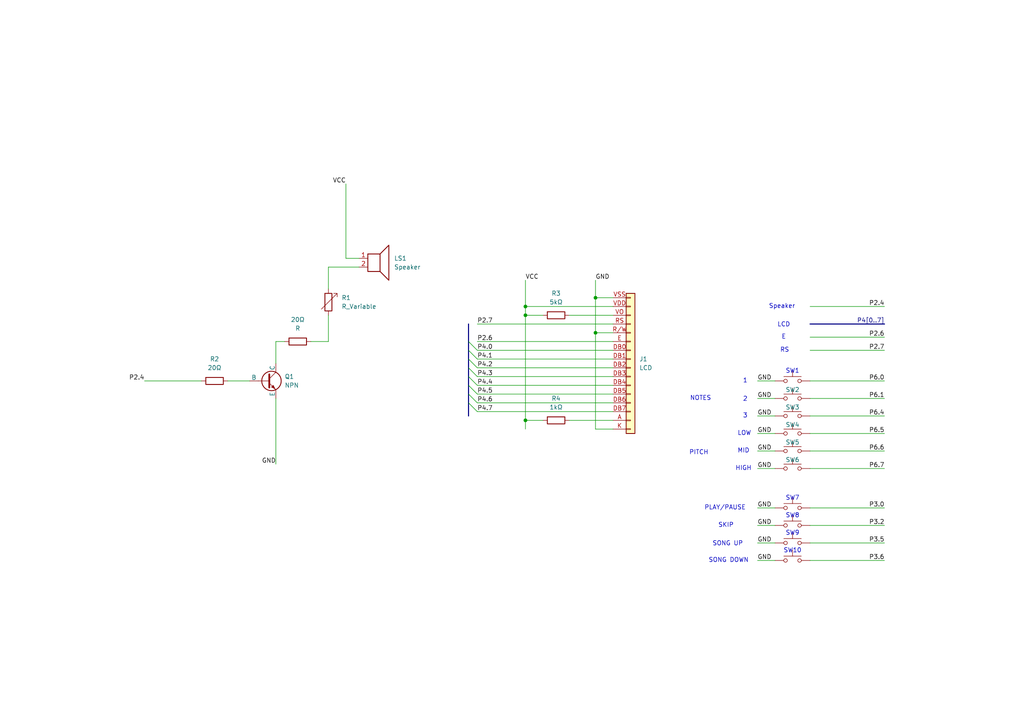
<source format=kicad_sch>
(kicad_sch
	(version 20231120)
	(generator "eeschema")
	(generator_version "8.0")
	(uuid "72e6d7f3-c76a-4c03-a31b-775dd92d8425")
	(paper "A4")
	(title_block
		(title "Trumpet Schematic")
		(date "2025-02-13")
		(rev "2")
		(company "Rose-Hulman Institute of Technology")
		(comment 1 "Ian Morton")
		(comment 2 "Dan Seiler")
	)
	(lib_symbols
		(symbol "Connector_Generic:Conn_01x16"
			(pin_names
				(offset 1.016) hide)
			(exclude_from_sim no)
			(in_bom yes)
			(on_board yes)
			(property "Reference" "J1"
				(at 2.54 0.0001 0)
				(effects
					(font
						(size 1.27 1.27)
					)
					(justify left)
				)
			)
			(property "Value" "LCD"
				(at 2.54 -2.5399 0)
				(effects
					(font
						(size 1.27 1.27)
					)
					(justify left)
				)
			)
			(property "Footprint" ""
				(at 0 0 0)
				(effects
					(font
						(size 1.27 1.27)
					)
					(hide yes)
				)
			)
			(property "Datasheet" "~"
				(at 0 0 0)
				(effects
					(font
						(size 1.27 1.27)
					)
					(hide yes)
				)
			)
			(property "Description" "Generic connector, single row, 01x16, script generated (kicad-library-utils/schlib/autogen/connector/)"
				(at 0 0 0)
				(effects
					(font
						(size 1.27 1.27)
					)
					(hide yes)
				)
			)
			(property "ki_keywords" "connector"
				(at 0 0 0)
				(effects
					(font
						(size 1.27 1.27)
					)
					(hide yes)
				)
			)
			(property "ki_fp_filters" "Connector*:*_1x??_*"
				(at 0 0 0)
				(effects
					(font
						(size 1.27 1.27)
					)
					(hide yes)
				)
			)
			(symbol "Conn_01x16_1_1"
				(rectangle
					(start -1.27 -20.193)
					(end 0 -20.447)
					(stroke
						(width 0.1524)
						(type default)
					)
					(fill
						(type none)
					)
				)
				(rectangle
					(start -1.27 -17.653)
					(end 0 -17.907)
					(stroke
						(width 0.1524)
						(type default)
					)
					(fill
						(type none)
					)
				)
				(rectangle
					(start -1.27 -15.113)
					(end 0 -15.367)
					(stroke
						(width 0.1524)
						(type default)
					)
					(fill
						(type none)
					)
				)
				(rectangle
					(start -1.27 -12.573)
					(end 0 -12.827)
					(stroke
						(width 0.1524)
						(type default)
					)
					(fill
						(type none)
					)
				)
				(rectangle
					(start -1.27 -10.033)
					(end 0 -10.287)
					(stroke
						(width 0.1524)
						(type default)
					)
					(fill
						(type none)
					)
				)
				(rectangle
					(start -1.27 -7.493)
					(end 0 -7.747)
					(stroke
						(width 0.1524)
						(type default)
					)
					(fill
						(type none)
					)
				)
				(rectangle
					(start -1.27 -4.953)
					(end 0 -5.207)
					(stroke
						(width 0.1524)
						(type default)
					)
					(fill
						(type none)
					)
				)
				(rectangle
					(start -1.27 -2.413)
					(end 0 -2.667)
					(stroke
						(width 0.1524)
						(type default)
					)
					(fill
						(type none)
					)
				)
				(rectangle
					(start -1.27 0.127)
					(end 0 -0.127)
					(stroke
						(width 0.1524)
						(type default)
					)
					(fill
						(type none)
					)
				)
				(rectangle
					(start -1.27 2.667)
					(end 0 2.413)
					(stroke
						(width 0.1524)
						(type default)
					)
					(fill
						(type none)
					)
				)
				(rectangle
					(start -1.27 5.207)
					(end 0 4.953)
					(stroke
						(width 0.1524)
						(type default)
					)
					(fill
						(type none)
					)
				)
				(rectangle
					(start -1.27 7.747)
					(end 0 7.493)
					(stroke
						(width 0.1524)
						(type default)
					)
					(fill
						(type none)
					)
				)
				(rectangle
					(start -1.27 10.287)
					(end 0 10.033)
					(stroke
						(width 0.1524)
						(type default)
					)
					(fill
						(type none)
					)
				)
				(rectangle
					(start -1.27 12.827)
					(end 0 12.573)
					(stroke
						(width 0.1524)
						(type default)
					)
					(fill
						(type none)
					)
				)
				(rectangle
					(start -1.27 15.367)
					(end 0 15.113)
					(stroke
						(width 0.1524)
						(type default)
					)
					(fill
						(type none)
					)
				)
				(rectangle
					(start -1.27 17.907)
					(end 0 17.653)
					(stroke
						(width 0.1524)
						(type default)
					)
					(fill
						(type none)
					)
				)
				(rectangle
					(start -1.27 19.05)
					(end 1.27 -21.59)
					(stroke
						(width 0.254)
						(type default)
					)
					(fill
						(type background)
					)
				)
				(pin passive line
					(at -5.08 -17.78 0)
					(length 3.81)
					(name "15"
						(effects
							(font
								(size 1.27 1.27)
							)
						)
					)
					(number "A"
						(effects
							(font
								(size 1.27 1.27)
							)
						)
					)
				)
				(pin passive line
					(at -5.08 2.54 0)
					(length 3.81)
					(name "Pin_7"
						(effects
							(font
								(size 1.27 1.27)
							)
						)
					)
					(number "DB0"
						(effects
							(font
								(size 1.27 1.27)
							)
						)
					)
				)
				(pin passive line
					(at -5.08 0 0)
					(length 3.81)
					(name "Pin_8"
						(effects
							(font
								(size 1.27 1.27)
							)
						)
					)
					(number "DB1"
						(effects
							(font
								(size 1.27 1.27)
							)
						)
					)
				)
				(pin passive line
					(at -5.08 -2.54 0)
					(length 3.81)
					(name "Pin_9"
						(effects
							(font
								(size 1.27 1.27)
							)
						)
					)
					(number "DB2"
						(effects
							(font
								(size 1.27 1.27)
							)
						)
					)
				)
				(pin passive line
					(at -5.08 -5.08 0)
					(length 3.81)
					(name "10"
						(effects
							(font
								(size 1.27 1.27)
							)
						)
					)
					(number "DB3"
						(effects
							(font
								(size 1.27 1.27)
							)
						)
					)
				)
				(pin passive line
					(at -5.08 -7.62 0)
					(length 3.81)
					(name "11"
						(effects
							(font
								(size 1.27 1.27)
							)
						)
					)
					(number "DB4"
						(effects
							(font
								(size 1.27 1.27)
							)
						)
					)
				)
				(pin passive line
					(at -5.08 -10.16 0)
					(length 3.81)
					(name "Pin_12"
						(effects
							(font
								(size 1.27 1.27)
							)
						)
					)
					(number "DB5"
						(effects
							(font
								(size 1.27 1.27)
							)
						)
					)
				)
				(pin passive line
					(at -5.08 -12.7 0)
					(length 3.81)
					(name "Pin_13"
						(effects
							(font
								(size 1.27 1.27)
							)
						)
					)
					(number "DB6"
						(effects
							(font
								(size 1.27 1.27)
							)
						)
					)
				)
				(pin passive line
					(at -5.08 -15.24 0)
					(length 3.81)
					(name "Pin_14"
						(effects
							(font
								(size 1.27 1.27)
							)
						)
					)
					(number "DB7"
						(effects
							(font
								(size 1.27 1.27)
							)
						)
					)
				)
				(pin passive line
					(at -5.08 5.08 0)
					(length 3.81)
					(name "6"
						(effects
							(font
								(size 1.27 1.27)
							)
						)
					)
					(number "E"
						(effects
							(font
								(size 1.27 1.27)
							)
						)
					)
				)
				(pin passive line
					(at -5.08 -20.32 0)
					(length 3.81)
					(name "16"
						(effects
							(font
								(size 1.27 1.27)
							)
						)
					)
					(number "K"
						(effects
							(font
								(size 1.27 1.27)
							)
						)
					)
				)
				(pin passive line
					(at -5.08 7.62 0)
					(length 3.81)
					(name "Pin_5"
						(effects
							(font
								(size 1.27 1.27)
							)
						)
					)
					(number "R/W"
						(effects
							(font
								(size 1.27 1.27)
							)
						)
					)
				)
				(pin passive line
					(at -5.08 10.16 0)
					(length 3.81)
					(name "4"
						(effects
							(font
								(size 1.27 1.27)
							)
						)
					)
					(number "RS"
						(effects
							(font
								(size 1.27 1.27)
							)
						)
					)
				)
				(pin passive line
					(at -5.08 15.24 0)
					(length 3.81)
					(name "Pin_2"
						(effects
							(font
								(size 1.27 1.27)
							)
						)
					)
					(number "VDD"
						(effects
							(font
								(size 1.27 1.27)
							)
						)
					)
				)
				(pin passive line
					(at -5.08 12.7 0)
					(length 3.81)
					(name "Pin_3"
						(effects
							(font
								(size 1.27 1.27)
							)
						)
					)
					(number "VO"
						(effects
							(font
								(size 1.27 1.27)
							)
						)
					)
				)
				(pin passive line
					(at -5.08 17.78 0)
					(length 3.81)
					(name "1"
						(effects
							(font
								(size 1.27 1.27)
							)
						)
					)
					(number "VSS"
						(effects
							(font
								(size 1.27 1.27)
							)
						)
					)
				)
			)
		)
		(symbol "Device:R"
			(pin_numbers hide)
			(pin_names
				(offset 0)
			)
			(exclude_from_sim no)
			(in_bom yes)
			(on_board yes)
			(property "Reference" "R"
				(at 2.032 0 90)
				(effects
					(font
						(size 1.27 1.27)
					)
				)
			)
			(property "Value" "R"
				(at 0 0 90)
				(effects
					(font
						(size 1.27 1.27)
					)
				)
			)
			(property "Footprint" ""
				(at -1.778 0 90)
				(effects
					(font
						(size 1.27 1.27)
					)
					(hide yes)
				)
			)
			(property "Datasheet" "~"
				(at 0 0 0)
				(effects
					(font
						(size 1.27 1.27)
					)
					(hide yes)
				)
			)
			(property "Description" "Resistor"
				(at 0 0 0)
				(effects
					(font
						(size 1.27 1.27)
					)
					(hide yes)
				)
			)
			(property "ki_keywords" "R res resistor"
				(at 0 0 0)
				(effects
					(font
						(size 1.27 1.27)
					)
					(hide yes)
				)
			)
			(property "ki_fp_filters" "R_*"
				(at 0 0 0)
				(effects
					(font
						(size 1.27 1.27)
					)
					(hide yes)
				)
			)
			(symbol "R_0_1"
				(rectangle
					(start -1.016 -2.54)
					(end 1.016 2.54)
					(stroke
						(width 0.254)
						(type default)
					)
					(fill
						(type none)
					)
				)
			)
			(symbol "R_1_1"
				(pin passive line
					(at 0 3.81 270)
					(length 1.27)
					(name "~"
						(effects
							(font
								(size 1.27 1.27)
							)
						)
					)
					(number "1"
						(effects
							(font
								(size 1.27 1.27)
							)
						)
					)
				)
				(pin passive line
					(at 0 -3.81 90)
					(length 1.27)
					(name "~"
						(effects
							(font
								(size 1.27 1.27)
							)
						)
					)
					(number "2"
						(effects
							(font
								(size 1.27 1.27)
							)
						)
					)
				)
			)
		)
		(symbol "Device:R_Variable"
			(pin_numbers hide)
			(pin_names
				(offset 0)
			)
			(exclude_from_sim no)
			(in_bom yes)
			(on_board yes)
			(property "Reference" "R"
				(at 2.54 -2.54 90)
				(effects
					(font
						(size 1.27 1.27)
					)
					(justify left)
				)
			)
			(property "Value" "R_Variable"
				(at -2.54 -1.27 90)
				(effects
					(font
						(size 1.27 1.27)
					)
					(justify left)
				)
			)
			(property "Footprint" ""
				(at -1.778 0 90)
				(effects
					(font
						(size 1.27 1.27)
					)
					(hide yes)
				)
			)
			(property "Datasheet" "~"
				(at 0 0 0)
				(effects
					(font
						(size 1.27 1.27)
					)
					(hide yes)
				)
			)
			(property "Description" "Variable resistor"
				(at 0 0 0)
				(effects
					(font
						(size 1.27 1.27)
					)
					(hide yes)
				)
			)
			(property "ki_keywords" "R res resistor variable potentiometer rheostat"
				(at 0 0 0)
				(effects
					(font
						(size 1.27 1.27)
					)
					(hide yes)
				)
			)
			(property "ki_fp_filters" "R_*"
				(at 0 0 0)
				(effects
					(font
						(size 1.27 1.27)
					)
					(hide yes)
				)
			)
			(symbol "R_Variable_0_1"
				(rectangle
					(start -1.016 -2.54)
					(end 1.016 2.54)
					(stroke
						(width 0.254)
						(type default)
					)
					(fill
						(type none)
					)
				)
				(polyline
					(pts
						(xy 2.54 1.524) (xy 2.54 2.54) (xy 1.524 2.54) (xy 2.54 2.54) (xy -2.032 -2.032)
					)
					(stroke
						(width 0)
						(type default)
					)
					(fill
						(type none)
					)
				)
			)
			(symbol "R_Variable_1_1"
				(pin passive line
					(at 0 3.81 270)
					(length 1.27)
					(name "~"
						(effects
							(font
								(size 1.27 1.27)
							)
						)
					)
					(number "1"
						(effects
							(font
								(size 1.27 1.27)
							)
						)
					)
				)
				(pin passive line
					(at 0 -3.81 90)
					(length 1.27)
					(name "~"
						(effects
							(font
								(size 1.27 1.27)
							)
						)
					)
					(number "2"
						(effects
							(font
								(size 1.27 1.27)
							)
						)
					)
				)
			)
		)
		(symbol "Device:Speaker"
			(pin_names
				(offset 0) hide)
			(exclude_from_sim no)
			(in_bom yes)
			(on_board yes)
			(property "Reference" "LS"
				(at 1.27 5.715 0)
				(effects
					(font
						(size 1.27 1.27)
					)
					(justify right)
				)
			)
			(property "Value" "Speaker"
				(at 1.27 3.81 0)
				(effects
					(font
						(size 1.27 1.27)
					)
					(justify right)
				)
			)
			(property "Footprint" ""
				(at 0 -5.08 0)
				(effects
					(font
						(size 1.27 1.27)
					)
					(hide yes)
				)
			)
			(property "Datasheet" "~"
				(at -0.254 -1.27 0)
				(effects
					(font
						(size 1.27 1.27)
					)
					(hide yes)
				)
			)
			(property "Description" "Speaker"
				(at 0 0 0)
				(effects
					(font
						(size 1.27 1.27)
					)
					(hide yes)
				)
			)
			(property "ki_keywords" "speaker sound"
				(at 0 0 0)
				(effects
					(font
						(size 1.27 1.27)
					)
					(hide yes)
				)
			)
			(symbol "Speaker_0_0"
				(rectangle
					(start -2.54 1.27)
					(end 1.016 -3.81)
					(stroke
						(width 0.254)
						(type default)
					)
					(fill
						(type none)
					)
				)
				(polyline
					(pts
						(xy 1.016 1.27) (xy 3.556 3.81) (xy 3.556 -6.35) (xy 1.016 -3.81)
					)
					(stroke
						(width 0.254)
						(type default)
					)
					(fill
						(type none)
					)
				)
			)
			(symbol "Speaker_1_1"
				(pin input line
					(at -5.08 0 0)
					(length 2.54)
					(name "1"
						(effects
							(font
								(size 1.27 1.27)
							)
						)
					)
					(number "1"
						(effects
							(font
								(size 1.27 1.27)
							)
						)
					)
				)
				(pin input line
					(at -5.08 -2.54 0)
					(length 2.54)
					(name "2"
						(effects
							(font
								(size 1.27 1.27)
							)
						)
					)
					(number "2"
						(effects
							(font
								(size 1.27 1.27)
							)
						)
					)
				)
			)
		)
		(symbol "Simulation_SPICE:NPN"
			(pin_numbers hide)
			(pin_names
				(offset 0)
			)
			(exclude_from_sim no)
			(in_bom yes)
			(on_board yes)
			(property "Reference" "Q"
				(at -2.54 7.62 0)
				(effects
					(font
						(size 1.27 1.27)
					)
				)
			)
			(property "Value" "NPN"
				(at -2.54 5.08 0)
				(effects
					(font
						(size 1.27 1.27)
					)
				)
			)
			(property "Footprint" ""
				(at 63.5 0 0)
				(effects
					(font
						(size 1.27 1.27)
					)
					(hide yes)
				)
			)
			(property "Datasheet" "https://ngspice.sourceforge.io/docs/ngspice-html-manual/manual.xhtml#cha_BJTs"
				(at 63.5 0 0)
				(effects
					(font
						(size 1.27 1.27)
					)
					(hide yes)
				)
			)
			(property "Description" "Bipolar transistor symbol for simulation only, substrate tied to the emitter"
				(at 0 0 0)
				(effects
					(font
						(size 1.27 1.27)
					)
					(hide yes)
				)
			)
			(property "Sim.Device" "NPN"
				(at 0 0 0)
				(effects
					(font
						(size 1.27 1.27)
					)
					(hide yes)
				)
			)
			(property "Sim.Type" "GUMMELPOON"
				(at 0 0 0)
				(effects
					(font
						(size 1.27 1.27)
					)
					(hide yes)
				)
			)
			(property "Sim.Pins" "1=C 2=B 3=E"
				(at 0 0 0)
				(effects
					(font
						(size 1.27 1.27)
					)
					(hide yes)
				)
			)
			(property "ki_keywords" "simulation"
				(at 0 0 0)
				(effects
					(font
						(size 1.27 1.27)
					)
					(hide yes)
				)
			)
			(symbol "NPN_0_1"
				(polyline
					(pts
						(xy -2.54 0) (xy 0.635 0)
					)
					(stroke
						(width 0.1524)
						(type default)
					)
					(fill
						(type none)
					)
				)
				(polyline
					(pts
						(xy 0.635 0.635) (xy 2.54 2.54)
					)
					(stroke
						(width 0)
						(type default)
					)
					(fill
						(type none)
					)
				)
				(polyline
					(pts
						(xy 2.794 -1.27) (xy 2.794 -1.27)
					)
					(stroke
						(width 0.1524)
						(type default)
					)
					(fill
						(type none)
					)
				)
				(polyline
					(pts
						(xy 2.794 -1.27) (xy 2.794 -1.27)
					)
					(stroke
						(width 0.1524)
						(type default)
					)
					(fill
						(type none)
					)
				)
				(polyline
					(pts
						(xy 0.635 -0.635) (xy 2.54 -2.54) (xy 2.54 -2.54)
					)
					(stroke
						(width 0)
						(type default)
					)
					(fill
						(type none)
					)
				)
				(polyline
					(pts
						(xy 0.635 1.905) (xy 0.635 -1.905) (xy 0.635 -1.905)
					)
					(stroke
						(width 0.508)
						(type default)
					)
					(fill
						(type none)
					)
				)
				(polyline
					(pts
						(xy 1.27 -1.778) (xy 1.778 -1.27) (xy 2.286 -2.286) (xy 1.27 -1.778) (xy 1.27 -1.778)
					)
					(stroke
						(width 0)
						(type default)
					)
					(fill
						(type outline)
					)
				)
				(circle
					(center 1.27 0)
					(radius 2.8194)
					(stroke
						(width 0.254)
						(type default)
					)
					(fill
						(type none)
					)
				)
			)
			(symbol "NPN_1_1"
				(pin open_collector line
					(at 2.54 5.08 270)
					(length 2.54)
					(name "C"
						(effects
							(font
								(size 1.27 1.27)
							)
						)
					)
					(number "1"
						(effects
							(font
								(size 1.27 1.27)
							)
						)
					)
				)
				(pin input line
					(at -5.08 0 0)
					(length 2.54)
					(name "B"
						(effects
							(font
								(size 1.27 1.27)
							)
						)
					)
					(number "2"
						(effects
							(font
								(size 1.27 1.27)
							)
						)
					)
				)
				(pin open_emitter line
					(at 2.54 -5.08 90)
					(length 2.54)
					(name "E"
						(effects
							(font
								(size 1.27 1.27)
							)
						)
					)
					(number "3"
						(effects
							(font
								(size 1.27 1.27)
							)
						)
					)
				)
			)
		)
		(symbol "Switch:SW_Push"
			(pin_numbers hide)
			(pin_names
				(offset 1.016) hide)
			(exclude_from_sim no)
			(in_bom yes)
			(on_board yes)
			(property "Reference" "SW"
				(at 1.27 2.54 0)
				(effects
					(font
						(size 1.27 1.27)
					)
					(justify left)
				)
			)
			(property "Value" "SW_Push"
				(at 0 -1.524 0)
				(effects
					(font
						(size 1.27 1.27)
					)
				)
			)
			(property "Footprint" ""
				(at 0 5.08 0)
				(effects
					(font
						(size 1.27 1.27)
					)
					(hide yes)
				)
			)
			(property "Datasheet" "~"
				(at 0 5.08 0)
				(effects
					(font
						(size 1.27 1.27)
					)
					(hide yes)
				)
			)
			(property "Description" "Push button switch, generic, two pins"
				(at 0 0 0)
				(effects
					(font
						(size 1.27 1.27)
					)
					(hide yes)
				)
			)
			(property "ki_keywords" "switch normally-open pushbutton push-button"
				(at 0 0 0)
				(effects
					(font
						(size 1.27 1.27)
					)
					(hide yes)
				)
			)
			(symbol "SW_Push_0_1"
				(circle
					(center -2.032 0)
					(radius 0.508)
					(stroke
						(width 0)
						(type default)
					)
					(fill
						(type none)
					)
				)
				(polyline
					(pts
						(xy 0 1.27) (xy 0 3.048)
					)
					(stroke
						(width 0)
						(type default)
					)
					(fill
						(type none)
					)
				)
				(polyline
					(pts
						(xy 2.54 1.27) (xy -2.54 1.27)
					)
					(stroke
						(width 0)
						(type default)
					)
					(fill
						(type none)
					)
				)
				(circle
					(center 2.032 0)
					(radius 0.508)
					(stroke
						(width 0)
						(type default)
					)
					(fill
						(type none)
					)
				)
				(pin passive line
					(at -5.08 0 0)
					(length 2.54)
					(name "1"
						(effects
							(font
								(size 1.27 1.27)
							)
						)
					)
					(number "1"
						(effects
							(font
								(size 1.27 1.27)
							)
						)
					)
				)
				(pin passive line
					(at 5.08 0 180)
					(length 2.54)
					(name "2"
						(effects
							(font
								(size 1.27 1.27)
							)
						)
					)
					(number "2"
						(effects
							(font
								(size 1.27 1.27)
							)
						)
					)
				)
			)
		)
	)
	(junction
		(at 172.72 96.52)
		(diameter 0)
		(color 0 0 0 0)
		(uuid "2d7915a1-277b-4d19-8c88-beed6d5223e6")
	)
	(junction
		(at 152.4 88.9)
		(diameter 0)
		(color 0 0 0 0)
		(uuid "3a3ed43a-e0de-4468-8fad-8a4966d9416d")
	)
	(junction
		(at 152.4 91.44)
		(diameter 0)
		(color 0 0 0 0)
		(uuid "3f0db8cf-2023-4df1-b53f-c8c2b7c3b043")
	)
	(junction
		(at 172.72 86.36)
		(diameter 0)
		(color 0 0 0 0)
		(uuid "53662715-3618-4d0f-93c2-5d3060b6ff3e")
	)
	(junction
		(at 152.4 121.92)
		(diameter 0)
		(color 0 0 0 0)
		(uuid "8742dc7b-9f19-43c2-b5c5-594eb4178abf")
	)
	(bus_entry
		(at 135.89 101.6)
		(size 2.54 2.54)
		(stroke
			(width 0)
			(type default)
		)
		(uuid "07218a19-2623-40cd-a6c0-a0428edc88e1")
	)
	(bus_entry
		(at 135.89 104.14)
		(size 2.54 2.54)
		(stroke
			(width 0)
			(type default)
		)
		(uuid "0a5ef323-3d7c-4b74-8688-48ffd037d058")
	)
	(bus_entry
		(at 135.89 99.06)
		(size 2.54 2.54)
		(stroke
			(width 0)
			(type default)
		)
		(uuid "3b8a88ec-a583-4cba-9a9f-13de06e55a5d")
	)
	(bus_entry
		(at 135.89 111.76)
		(size 2.54 2.54)
		(stroke
			(width 0)
			(type default)
		)
		(uuid "535a5173-ec2d-4c12-8e76-c5109c587976")
	)
	(bus_entry
		(at 135.89 106.68)
		(size 2.54 2.54)
		(stroke
			(width 0)
			(type default)
		)
		(uuid "79ea3a2f-a0df-4c14-b43c-db967cc89c21")
	)
	(bus_entry
		(at 135.89 116.84)
		(size 2.54 2.54)
		(stroke
			(width 0)
			(type default)
		)
		(uuid "90f686ca-0821-4c51-8d68-79a95766f261")
	)
	(bus_entry
		(at 135.89 114.3)
		(size 2.54 2.54)
		(stroke
			(width 0)
			(type default)
		)
		(uuid "b46f868a-d59f-48ae-ba87-78fb7b810038")
	)
	(bus_entry
		(at 135.89 109.22)
		(size 2.54 2.54)
		(stroke
			(width 0)
			(type default)
		)
		(uuid "f2cfbac4-c907-4c30-8f80-5dfea69e858b")
	)
	(bus
		(pts
			(xy 135.89 101.6) (xy 135.89 104.14)
		)
		(stroke
			(width 0)
			(type default)
		)
		(uuid "052ffaeb-1ae7-4393-88c9-674e7b0835d2")
	)
	(wire
		(pts
			(xy 152.4 81.28) (xy 152.4 88.9)
		)
		(stroke
			(width 0)
			(type default)
		)
		(uuid "0624679f-0aaa-4bc2-8ba2-f94d6ae1dc56")
	)
	(wire
		(pts
			(xy 172.72 96.52) (xy 172.72 124.46)
		)
		(stroke
			(width 0)
			(type default)
		)
		(uuid "0ac5e06d-aa78-4cf2-8583-e1d96f416abe")
	)
	(wire
		(pts
			(xy 219.71 120.65) (xy 224.79 120.65)
		)
		(stroke
			(width 0)
			(type default)
		)
		(uuid "0be55a4d-daa5-4e3b-8500-64a5327c6cbe")
	)
	(wire
		(pts
			(xy 172.72 86.36) (xy 172.72 96.52)
		)
		(stroke
			(width 0)
			(type default)
		)
		(uuid "0f315bd2-1a6f-49fa-88c4-d6aae4441b20")
	)
	(wire
		(pts
			(xy 152.4 88.9) (xy 177.8 88.9)
		)
		(stroke
			(width 0)
			(type default)
		)
		(uuid "0ffce7c0-b0d7-4495-b5cf-d85712c68ce4")
	)
	(wire
		(pts
			(xy 138.43 93.98) (xy 177.8 93.98)
		)
		(stroke
			(width 0)
			(type default)
		)
		(uuid "127425ad-6126-4611-90f6-174d280b69b1")
	)
	(wire
		(pts
			(xy 138.43 109.22) (xy 177.8 109.22)
		)
		(stroke
			(width 0)
			(type default)
		)
		(uuid "1a6ed55b-8d65-41cd-a1c0-81c2034d6ef8")
	)
	(bus
		(pts
			(xy 135.89 99.06) (xy 135.89 101.6)
		)
		(stroke
			(width 0)
			(type default)
		)
		(uuid "1a79ada7-02dc-477c-8bcb-5cb1beb59ba9")
	)
	(wire
		(pts
			(xy 138.43 116.84) (xy 177.8 116.84)
		)
		(stroke
			(width 0)
			(type default)
		)
		(uuid "1b707fe0-7b91-4ba4-80a6-bc3321bcff3d")
	)
	(bus
		(pts
			(xy 135.89 104.14) (xy 135.89 106.68)
		)
		(stroke
			(width 0)
			(type default)
		)
		(uuid "1c947d01-11c3-40dd-9fa1-f840876f272c")
	)
	(wire
		(pts
			(xy 234.95 125.73) (xy 256.54 125.73)
		)
		(stroke
			(width 0)
			(type default)
		)
		(uuid "25c4eaa7-1b0f-43a9-bd71-58b25759a0e5")
	)
	(wire
		(pts
			(xy 219.71 152.4) (xy 224.79 152.4)
		)
		(stroke
			(width 0)
			(type default)
		)
		(uuid "267c7651-7942-4d59-8a02-94aace867cee")
	)
	(wire
		(pts
			(xy 172.72 81.28) (xy 172.72 86.36)
		)
		(stroke
			(width 0)
			(type default)
		)
		(uuid "2c14cec4-e495-4635-8bd4-df565201f549")
	)
	(wire
		(pts
			(xy 219.71 162.56) (xy 224.79 162.56)
		)
		(stroke
			(width 0)
			(type default)
		)
		(uuid "2c8e99bf-5bec-4d30-bfae-f15ca1953f5e")
	)
	(wire
		(pts
			(xy 234.95 152.4) (xy 256.54 152.4)
		)
		(stroke
			(width 0)
			(type default)
		)
		(uuid "34bfb770-235a-4ff7-8177-07296ed22449")
	)
	(wire
		(pts
			(xy 138.43 114.3) (xy 177.8 114.3)
		)
		(stroke
			(width 0)
			(type default)
		)
		(uuid "3a8059f9-6b0a-4ca8-a40b-f573a9f3c488")
	)
	(wire
		(pts
			(xy 219.71 110.49) (xy 224.79 110.49)
		)
		(stroke
			(width 0)
			(type default)
		)
		(uuid "3bd4e8b4-1b36-48d9-93de-ce58a340b837")
	)
	(bus
		(pts
			(xy 135.89 106.68) (xy 135.89 109.22)
		)
		(stroke
			(width 0)
			(type default)
		)
		(uuid "3c3349b3-8a49-4b45-96a8-1988554c33b7")
	)
	(wire
		(pts
			(xy 234.95 147.32) (xy 256.54 147.32)
		)
		(stroke
			(width 0)
			(type default)
		)
		(uuid "3ee047cd-9e40-4854-a36a-b2cc0513b349")
	)
	(bus
		(pts
			(xy 135.89 109.22) (xy 135.89 111.76)
		)
		(stroke
			(width 0)
			(type default)
		)
		(uuid "407d0e1b-4ff4-497c-9028-939e593c176b")
	)
	(bus
		(pts
			(xy 135.89 111.76) (xy 135.89 114.3)
		)
		(stroke
			(width 0)
			(type default)
		)
		(uuid "495588e2-880f-49f0-b1c7-bfd1964f1157")
	)
	(wire
		(pts
			(xy 165.1 121.92) (xy 177.8 121.92)
		)
		(stroke
			(width 0)
			(type default)
		)
		(uuid "4bbbce42-5157-48fa-885e-3ea8fbe8e630")
	)
	(wire
		(pts
			(xy 219.71 125.73) (xy 224.79 125.73)
		)
		(stroke
			(width 0)
			(type default)
		)
		(uuid "4c9f158e-8640-4c62-862f-7fce3763bc25")
	)
	(wire
		(pts
			(xy 138.43 101.6) (xy 177.8 101.6)
		)
		(stroke
			(width 0)
			(type default)
		)
		(uuid "52985a75-dcc1-4871-a740-727523cbf16f")
	)
	(wire
		(pts
			(xy 165.1 91.44) (xy 177.8 91.44)
		)
		(stroke
			(width 0)
			(type default)
		)
		(uuid "53ac5840-7b2f-4c23-aa4d-2ece9ec95961")
	)
	(wire
		(pts
			(xy 95.25 91.44) (xy 95.25 99.06)
		)
		(stroke
			(width 0)
			(type default)
		)
		(uuid "55d31e68-cd36-461d-8937-360a609c1c6f")
	)
	(bus
		(pts
			(xy 135.89 116.84) (xy 135.89 120.65)
		)
		(stroke
			(width 0)
			(type default)
		)
		(uuid "5811c84c-af7d-4769-bd9b-cf3f0cc89cee")
	)
	(wire
		(pts
			(xy 138.43 119.38) (xy 177.8 119.38)
		)
		(stroke
			(width 0)
			(type default)
		)
		(uuid "62a0182f-3a0b-4501-a431-340bd286234b")
	)
	(wire
		(pts
			(xy 152.4 121.92) (xy 157.48 121.92)
		)
		(stroke
			(width 0)
			(type default)
		)
		(uuid "6324596d-8ae7-4c84-bfd9-0a12682eb696")
	)
	(wire
		(pts
			(xy 234.95 97.79) (xy 256.54 97.79)
		)
		(stroke
			(width 0)
			(type default)
		)
		(uuid "65abf5fa-4845-4520-9db0-3dab6094084e")
	)
	(wire
		(pts
			(xy 41.91 110.49) (xy 58.42 110.49)
		)
		(stroke
			(width 0)
			(type default)
		)
		(uuid "6a4e22df-6d8f-4561-b022-dab61e5b1bd3")
	)
	(wire
		(pts
			(xy 219.71 130.81) (xy 224.79 130.81)
		)
		(stroke
			(width 0)
			(type default)
		)
		(uuid "6d4dffa9-c0e8-4490-985a-fd29e65e2308")
	)
	(wire
		(pts
			(xy 219.71 135.89) (xy 224.79 135.89)
		)
		(stroke
			(width 0)
			(type default)
		)
		(uuid "70a1360e-c36d-444e-9671-9986f6e807af")
	)
	(wire
		(pts
			(xy 80.01 115.57) (xy 80.01 134.62)
		)
		(stroke
			(width 0)
			(type default)
		)
		(uuid "7a541597-ba49-4d3b-be98-6a0a4ce6aa26")
	)
	(wire
		(pts
			(xy 172.72 96.52) (xy 177.8 96.52)
		)
		(stroke
			(width 0)
			(type default)
		)
		(uuid "7cb2f726-fe74-4e86-9311-8af94e198b15")
	)
	(wire
		(pts
			(xy 100.33 53.34) (xy 100.33 74.93)
		)
		(stroke
			(width 0)
			(type default)
		)
		(uuid "7e6fccf8-7f6f-4f60-929e-1f1bbe401665")
	)
	(bus
		(pts
			(xy 234.95 93.98) (xy 256.54 93.98)
		)
		(stroke
			(width 0)
			(type default)
		)
		(uuid "83e2c333-47ba-4d22-b887-f1b63047b364")
	)
	(wire
		(pts
			(xy 234.95 120.65) (xy 256.54 120.65)
		)
		(stroke
			(width 0)
			(type default)
		)
		(uuid "84001126-48a4-4459-9be8-94250aeec755")
	)
	(wire
		(pts
			(xy 138.43 99.06) (xy 177.8 99.06)
		)
		(stroke
			(width 0)
			(type default)
		)
		(uuid "88854e2a-74ee-4fda-bd11-92b461486c85")
	)
	(bus
		(pts
			(xy 135.89 114.3) (xy 135.89 116.84)
		)
		(stroke
			(width 0)
			(type default)
		)
		(uuid "89024a1b-569d-450d-8fa3-7bad23994ab5")
	)
	(wire
		(pts
			(xy 152.4 121.92) (xy 152.4 124.46)
		)
		(stroke
			(width 0)
			(type default)
		)
		(uuid "8a4fd18e-cf9c-4649-9a22-5785e9314568")
	)
	(wire
		(pts
			(xy 256.54 110.49) (xy 234.95 110.49)
		)
		(stroke
			(width 0)
			(type default)
		)
		(uuid "9247bab7-5f77-47bb-91a6-62fe51242c58")
	)
	(wire
		(pts
			(xy 80.01 99.06) (xy 82.55 99.06)
		)
		(stroke
			(width 0)
			(type default)
		)
		(uuid "93b5b3eb-377f-4c28-ae17-0cd6338d1d3f")
	)
	(wire
		(pts
			(xy 152.4 91.44) (xy 157.48 91.44)
		)
		(stroke
			(width 0)
			(type default)
		)
		(uuid "978e1828-55b5-4ed4-8553-34cb9ecf1605")
	)
	(bus
		(pts
			(xy 135.89 93.98) (xy 135.89 99.06)
		)
		(stroke
			(width 0)
			(type default)
		)
		(uuid "9d21f993-9ca9-4505-b375-c8d7bba2f141")
	)
	(wire
		(pts
			(xy 152.4 91.44) (xy 152.4 121.92)
		)
		(stroke
			(width 0)
			(type default)
		)
		(uuid "a06101bd-8a06-42bf-8e97-f6c4a33a526a")
	)
	(wire
		(pts
			(xy 219.71 147.32) (xy 224.79 147.32)
		)
		(stroke
			(width 0)
			(type default)
		)
		(uuid "ac515699-4880-41f2-b3ae-c78326576171")
	)
	(wire
		(pts
			(xy 80.01 99.06) (xy 80.01 105.41)
		)
		(stroke
			(width 0)
			(type default)
		)
		(uuid "aca754dc-9590-46ab-bedd-bdaa7f0abec7")
	)
	(wire
		(pts
			(xy 104.14 77.47) (xy 95.25 77.47)
		)
		(stroke
			(width 0)
			(type default)
		)
		(uuid "b1e7b858-938d-4d28-adcd-df20a63419f9")
	)
	(wire
		(pts
			(xy 138.43 111.76) (xy 177.8 111.76)
		)
		(stroke
			(width 0)
			(type default)
		)
		(uuid "b3dd5259-a300-4b95-a176-fc9123c45888")
	)
	(wire
		(pts
			(xy 234.95 130.81) (xy 256.54 130.81)
		)
		(stroke
			(width 0)
			(type default)
		)
		(uuid "b699c798-6a56-40c5-80c6-89479e2012ac")
	)
	(wire
		(pts
			(xy 90.17 99.06) (xy 95.25 99.06)
		)
		(stroke
			(width 0)
			(type default)
		)
		(uuid "bda7aebc-cc79-4c26-8e1a-c86437bfffda")
	)
	(wire
		(pts
			(xy 138.43 106.68) (xy 177.8 106.68)
		)
		(stroke
			(width 0)
			(type default)
		)
		(uuid "bdf5ef4c-4dcb-4643-a12e-a8e42a129329")
	)
	(wire
		(pts
			(xy 234.95 101.6) (xy 256.54 101.6)
		)
		(stroke
			(width 0)
			(type default)
		)
		(uuid "c400b464-8f5c-415d-8408-2ee077fb0a52")
	)
	(wire
		(pts
			(xy 219.71 157.48) (xy 224.79 157.48)
		)
		(stroke
			(width 0)
			(type default)
		)
		(uuid "c5ed6e1f-5dc1-4b38-a65d-3808965417da")
	)
	(wire
		(pts
			(xy 234.95 157.48) (xy 256.54 157.48)
		)
		(stroke
			(width 0)
			(type default)
		)
		(uuid "c8a2b395-894f-4834-94ca-6d3cc363a323")
	)
	(wire
		(pts
			(xy 234.95 88.9) (xy 256.54 88.9)
		)
		(stroke
			(width 0)
			(type default)
		)
		(uuid "cf48551b-488c-4bce-9e2b-2b3e2c0a228d")
	)
	(wire
		(pts
			(xy 219.71 115.57) (xy 224.79 115.57)
		)
		(stroke
			(width 0)
			(type default)
		)
		(uuid "d1b18de7-ed27-49a4-b63c-87abbd9687bb")
	)
	(wire
		(pts
			(xy 234.95 115.57) (xy 256.54 115.57)
		)
		(stroke
			(width 0)
			(type default)
		)
		(uuid "d4f8a80b-aecf-47b1-b254-23592bcfaff3")
	)
	(wire
		(pts
			(xy 172.72 124.46) (xy 177.8 124.46)
		)
		(stroke
			(width 0)
			(type default)
		)
		(uuid "daf8de50-37f3-4a79-8251-420956f40328")
	)
	(wire
		(pts
			(xy 172.72 86.36) (xy 177.8 86.36)
		)
		(stroke
			(width 0)
			(type default)
		)
		(uuid "debb3998-89a3-439a-a498-943690ac29b7")
	)
	(wire
		(pts
			(xy 95.25 77.47) (xy 95.25 83.82)
		)
		(stroke
			(width 0)
			(type default)
		)
		(uuid "e25a3758-bce3-483c-8533-5e91298c56af")
	)
	(wire
		(pts
			(xy 100.33 74.93) (xy 104.14 74.93)
		)
		(stroke
			(width 0)
			(type default)
		)
		(uuid "e3005aa0-345c-418f-8e99-d546e96b0daa")
	)
	(wire
		(pts
			(xy 234.95 162.56) (xy 256.54 162.56)
		)
		(stroke
			(width 0)
			(type default)
		)
		(uuid "e928a774-7109-4c7b-9cc7-87f80ce9e168")
	)
	(wire
		(pts
			(xy 234.95 135.89) (xy 256.54 135.89)
		)
		(stroke
			(width 0)
			(type default)
		)
		(uuid "efd4046b-0492-40cc-9eda-8d9cca82c704")
	)
	(wire
		(pts
			(xy 66.04 110.49) (xy 72.39 110.49)
		)
		(stroke
			(width 0)
			(type default)
		)
		(uuid "fda3a858-df67-4bc8-9d7d-36fe4358336c")
	)
	(wire
		(pts
			(xy 152.4 88.9) (xy 152.4 91.44)
		)
		(stroke
			(width 0)
			(type default)
		)
		(uuid "ff658653-0809-41bb-b339-86ed475753b2")
	)
	(wire
		(pts
			(xy 138.43 104.14) (xy 177.8 104.14)
		)
		(stroke
			(width 0)
			(type default)
		)
		(uuid "ffd98eeb-7567-45ef-994d-778c47627f4c")
	)
	(text "SONG UP"
		(exclude_from_sim no)
		(at 211.074 157.734 0)
		(effects
			(font
				(size 1.27 1.27)
			)
		)
		(uuid "1a051220-e59f-49ce-9c82-f0cd409dba9e")
	)
	(text "SW8"
		(exclude_from_sim no)
		(at 229.87 149.606 0)
		(effects
			(font
				(size 1.27 1.27)
			)
		)
		(uuid "1bfbc932-a6be-4925-9047-0b5500acbe2b")
	)
	(text "LCD"
		(exclude_from_sim no)
		(at 227.33 94.234 0)
		(effects
			(font
				(size 1.27 1.27)
			)
		)
		(uuid "1de0296c-aae7-44c3-b580-7d6cd7cbc778")
	)
	(text "PITCH"
		(exclude_from_sim no)
		(at 202.692 131.318 0)
		(effects
			(font
				(size 1.27 1.27)
			)
		)
		(uuid "21786de6-556c-4455-94f6-35db663770e7")
	)
	(text "SW7"
		(exclude_from_sim no)
		(at 229.87 144.526 0)
		(effects
			(font
				(size 1.27 1.27)
			)
		)
		(uuid "3244816c-da7a-4231-8429-c96be8895e29")
	)
	(text "HIGH"
		(exclude_from_sim no)
		(at 215.646 135.89 0)
		(effects
			(font
				(size 1.27 1.27)
			)
		)
		(uuid "3f64fc34-f214-4898-9774-b70e6393e610")
	)
	(text "RS"
		(exclude_from_sim no)
		(at 227.584 101.6 0)
		(effects
			(font
				(size 1.27 1.27)
			)
		)
		(uuid "47fa81a1-429e-493a-865d-43b3fad98a29")
	)
	(text "NOTES\n"
		(exclude_from_sim no)
		(at 203.2 115.57 0)
		(effects
			(font
				(size 1.27 1.27)
			)
		)
		(uuid "65714574-74d9-45da-89bd-684853616fea")
	)
	(text "Speaker"
		(exclude_from_sim no)
		(at 226.822 88.9 0)
		(effects
			(font
				(size 1.27 1.27)
			)
		)
		(uuid "6630d264-b6ac-4013-b54d-e60a80e87213")
	)
	(text "SW9"
		(exclude_from_sim no)
		(at 229.87 154.686 0)
		(effects
			(font
				(size 1.27 1.27)
			)
		)
		(uuid "67c34aa6-9a19-4b90-b40b-27aa8ee7cf86")
	)
	(text "MID"
		(exclude_from_sim no)
		(at 215.646 130.81 0)
		(effects
			(font
				(size 1.27 1.27)
			)
		)
		(uuid "68675486-c6c9-4329-8cb1-6d5ba1f3d9e4")
	)
	(text "3"
		(exclude_from_sim no)
		(at 216.154 120.65 0)
		(effects
			(font
				(size 1.27 1.27)
			)
		)
		(uuid "6ccbcddb-abd9-408f-968c-9f690f44f009")
	)
	(text "2"
		(exclude_from_sim no)
		(at 216.154 115.824 0)
		(effects
			(font
				(size 1.27 1.27)
			)
		)
		(uuid "7530d4e5-a31e-4bb9-8d67-493d9a700996")
	)
	(text "SONG DOWN"
		(exclude_from_sim no)
		(at 211.328 162.56 0)
		(effects
			(font
				(size 1.27 1.27)
			)
		)
		(uuid "75411e6c-d90b-4d66-9fc4-ab5c189331c1")
	)
	(text "LOW"
		(exclude_from_sim no)
		(at 215.9 125.73 0)
		(effects
			(font
				(size 1.27 1.27)
			)
		)
		(uuid "82b84e64-5950-4fc6-8018-be779fdcce06")
	)
	(text "1\n"
		(exclude_from_sim no)
		(at 216.154 110.49 0)
		(effects
			(font
				(size 1.27 1.27)
			)
		)
		(uuid "8f4e7371-a2a0-4272-8ae5-5382de21ac1b")
	)
	(text "SW10"
		(exclude_from_sim no)
		(at 229.87 159.766 0)
		(effects
			(font
				(size 1.27 1.27)
			)
		)
		(uuid "97f30eb7-49ef-4a80-98c7-086d88c085c3")
	)
	(text "SKIP"
		(exclude_from_sim no)
		(at 210.566 152.4 0)
		(effects
			(font
				(size 1.27 1.27)
			)
		)
		(uuid "af438f9b-fdbb-47dd-aaeb-2abbf69af87c")
	)
	(text "SW1"
		(exclude_from_sim no)
		(at 229.87 107.696 0)
		(effects
			(font
				(size 1.27 1.27)
			)
		)
		(uuid "b5081354-da4d-4aa8-985f-2cfab44ac93b")
	)
	(text "E"
		(exclude_from_sim no)
		(at 227.33 97.79 0)
		(effects
			(font
				(size 1.27 1.27)
			)
		)
		(uuid "d63ec19e-7886-4984-9d9a-a71e1766d906")
	)
	(text "PLAY/PAUSE\n"
		(exclude_from_sim no)
		(at 210.312 147.32 0)
		(effects
			(font
				(size 1.27 1.27)
			)
		)
		(uuid "eb28d593-6881-419c-adb1-3492071222a7")
	)
	(label "GND"
		(at 219.71 120.65 0)
		(effects
			(font
				(size 1.27 1.27)
			)
			(justify left bottom)
		)
		(uuid "070c0883-a860-4c67-870a-2257601e1bf0")
	)
	(label "GND"
		(at 219.71 115.57 0)
		(effects
			(font
				(size 1.27 1.27)
			)
			(justify left bottom)
		)
		(uuid "07950220-69b9-4176-bc01-16111f782fd5")
	)
	(label "P3.2"
		(at 256.54 152.4 180)
		(effects
			(font
				(size 1.27 1.27)
			)
			(justify right bottom)
		)
		(uuid "164b274f-a97c-424e-858b-379651d6b03f")
	)
	(label "P6.6"
		(at 256.54 130.81 180)
		(effects
			(font
				(size 1.27 1.27)
			)
			(justify right bottom)
		)
		(uuid "1e95eb17-90ad-4dd2-a5a6-c378c8af0ebb")
	)
	(label "P6.5"
		(at 256.54 125.73 180)
		(effects
			(font
				(size 1.27 1.27)
			)
			(justify right bottom)
		)
		(uuid "1f79491c-e82c-4599-9258-d1e870481569")
	)
	(label "P4.4"
		(at 138.43 111.76 0)
		(effects
			(font
				(size 1.27 1.27)
			)
			(justify left bottom)
		)
		(uuid "1fa8a712-236e-43fb-8086-edee9018ee11")
	)
	(label "P2.7"
		(at 256.54 101.6 180)
		(effects
			(font
				(size 1.27 1.27)
			)
			(justify right bottom)
		)
		(uuid "219bcee2-4349-4e82-ab20-dc4db62fadd1")
	)
	(label "GND"
		(at 219.71 147.32 0)
		(effects
			(font
				(size 1.27 1.27)
			)
			(justify left bottom)
		)
		(uuid "2505eb4f-a7de-473a-93a8-1ff62336ed0e")
	)
	(label "P6.7"
		(at 256.54 135.89 180)
		(effects
			(font
				(size 1.27 1.27)
			)
			(justify right bottom)
		)
		(uuid "27b03849-d26c-40f0-bc56-dcf3673a1400")
	)
	(label "GND"
		(at 219.71 162.56 0)
		(effects
			(font
				(size 1.27 1.27)
			)
			(justify left bottom)
		)
		(uuid "2b54e266-24e6-4b24-a70e-3113fd769d1d")
	)
	(label "P2.4"
		(at 41.91 110.49 180)
		(effects
			(font
				(size 1.27 1.27)
			)
			(justify right bottom)
		)
		(uuid "2ded7d62-36f9-4e69-9c61-936a56defa46")
	)
	(label "GND"
		(at 219.71 135.89 0)
		(effects
			(font
				(size 1.27 1.27)
			)
			(justify left bottom)
		)
		(uuid "342809a4-39ab-490f-bafa-2e5c128c7ed0")
	)
	(label "P4.5"
		(at 138.43 114.3 0)
		(effects
			(font
				(size 1.27 1.27)
			)
			(justify left bottom)
		)
		(uuid "348d8c5d-8014-48b5-9a7b-13c277a697d7")
	)
	(label "P6.1"
		(at 256.54 115.57 180)
		(effects
			(font
				(size 1.27 1.27)
			)
			(justify right bottom)
		)
		(uuid "39cbb291-e608-485f-93d4-9f1f804c2976")
	)
	(label "P2.6"
		(at 256.54 97.79 180)
		(effects
			(font
				(size 1.27 1.27)
			)
			(justify right bottom)
		)
		(uuid "3b7a1a15-e30a-47de-b635-5192148e9e9d")
	)
	(label "P4.2"
		(at 138.43 106.68 0)
		(effects
			(font
				(size 1.27 1.27)
			)
			(justify left bottom)
		)
		(uuid "3d308e62-9064-4107-9a46-52392ec12c6d")
	)
	(label "P6.0"
		(at 256.54 110.49 180)
		(effects
			(font
				(size 1.27 1.27)
			)
			(justify right bottom)
		)
		(uuid "405191b0-9c10-43a5-b14b-ccceba118e7e")
	)
	(label "VCC"
		(at 100.33 53.34 180)
		(effects
			(font
				(size 1.27 1.27)
			)
			(justify right bottom)
		)
		(uuid "40f31eb1-76ba-478d-8596-950ec5dfebec")
	)
	(label "GND"
		(at 219.71 110.49 0)
		(effects
			(font
				(size 1.27 1.27)
			)
			(justify left bottom)
		)
		(uuid "480d5fc7-1945-4a6e-b747-407646654ca1")
	)
	(label "P2.4"
		(at 256.54 88.9 180)
		(effects
			(font
				(size 1.27 1.27)
			)
			(justify right bottom)
		)
		(uuid "63a59277-5349-43a9-8579-b30ff9c94679")
	)
	(label "P4.3"
		(at 138.43 109.22 0)
		(effects
			(font
				(size 1.27 1.27)
			)
			(justify left bottom)
		)
		(uuid "664d1a87-f447-4ebf-bdb3-d729c4bf1257")
	)
	(label "P4.6"
		(at 138.43 116.84 0)
		(effects
			(font
				(size 1.27 1.27)
			)
			(justify left bottom)
		)
		(uuid "74514ea9-0f79-4d0d-880e-2674023507fa")
	)
	(label "GND"
		(at 80.01 134.62 180)
		(effects
			(font
				(size 1.27 1.27)
			)
			(justify right bottom)
		)
		(uuid "790396f6-366c-4ccb-94fe-137f1bf82b7d")
	)
	(label "P4[0..7]"
		(at 256.54 93.98 180)
		(effects
			(font
				(size 1.27 1.27)
			)
			(justify right bottom)
		)
		(uuid "7e154413-78cc-4cea-ada7-6301b85c3243")
	)
	(label "P4.1"
		(at 138.43 104.14 0)
		(effects
			(font
				(size 1.27 1.27)
			)
			(justify left bottom)
		)
		(uuid "80d8f9ca-dcd3-4ee6-8a21-01486eaf4252")
	)
	(label "GND"
		(at 172.72 81.28 0)
		(effects
			(font
				(size 1.27 1.27)
			)
			(justify left bottom)
		)
		(uuid "843b0545-d85a-4642-9f9a-6c94868eed30")
	)
	(label "P4.0"
		(at 138.43 101.6 0)
		(effects
			(font
				(size 1.27 1.27)
			)
			(justify left bottom)
		)
		(uuid "9226b105-5017-418c-b703-00ba78d328d4")
	)
	(label "P4.7"
		(at 138.43 119.38 0)
		(effects
			(font
				(size 1.27 1.27)
			)
			(justify left bottom)
		)
		(uuid "9446eb80-868f-42a0-9124-e2c024ec929c")
	)
	(label "P6.4"
		(at 256.54 120.65 180)
		(effects
			(font
				(size 1.27 1.27)
			)
			(justify right bottom)
		)
		(uuid "97223f8d-04d1-44c1-852c-72cfce6a1ee2")
	)
	(label "P3.5"
		(at 256.54 157.48 180)
		(effects
			(font
				(size 1.27 1.27)
			)
			(justify right bottom)
		)
		(uuid "a225697f-c232-4ad9-9056-1780c045e4c6")
	)
	(label "VCC"
		(at 152.4 81.28 0)
		(effects
			(font
				(size 1.27 1.27)
			)
			(justify left bottom)
		)
		(uuid "aa43f62f-383c-45f3-a5aa-225c58bd55f2")
	)
	(label "P3.0"
		(at 256.54 147.32 180)
		(effects
			(font
				(size 1.27 1.27)
			)
			(justify right bottom)
		)
		(uuid "bed52b20-7482-4450-ab2a-8d17886b146d")
	)
	(label "GND"
		(at 219.71 152.4 0)
		(effects
			(font
				(size 1.27 1.27)
			)
			(justify left bottom)
		)
		(uuid "cb99e32d-830c-4283-8350-67ced47b8f94")
	)
	(label "GND"
		(at 219.71 130.81 0)
		(effects
			(font
				(size 1.27 1.27)
			)
			(justify left bottom)
		)
		(uuid "d3ac2a80-2591-44eb-861c-8c13b135a60b")
	)
	(label "P2.6"
		(at 138.43 99.06 0)
		(effects
			(font
				(size 1.27 1.27)
			)
			(justify left bottom)
		)
		(uuid "ec84061c-0b7a-4ba8-b815-be24a1cad5ab")
	)
	(label "P3.6"
		(at 256.54 162.56 180)
		(effects
			(font
				(size 1.27 1.27)
			)
			(justify right bottom)
		)
		(uuid "eeb2842c-1043-44ff-af07-29921b848839")
	)
	(label "P2.7"
		(at 138.43 93.98 0)
		(effects
			(font
				(size 1.27 1.27)
			)
			(justify left bottom)
		)
		(uuid "f07433f6-0096-471d-9804-01b39548613a")
	)
	(label "GND"
		(at 219.71 157.48 0)
		(effects
			(font
				(size 1.27 1.27)
			)
			(justify left bottom)
		)
		(uuid "f64d9385-4c8c-4580-b737-38a0afd95217")
	)
	(label "GND"
		(at 219.71 125.73 0)
		(effects
			(font
				(size 1.27 1.27)
			)
			(justify left bottom)
		)
		(uuid "fd9eecb4-5cb6-48fd-a782-b86f2cfa87b7")
	)
	(symbol
		(lib_id "Switch:SW_Push")
		(at 229.87 157.48 0)
		(unit 1)
		(exclude_from_sim no)
		(in_bom yes)
		(on_board yes)
		(dnp no)
		(uuid "057a00d7-aa13-4118-8ced-6f89321fcf8c")
		(property "Reference" "SW9"
			(at 224.79 149.86 0)
			(effects
				(font
					(size 1.27 1.27)
				)
				(hide yes)
			)
		)
		(property "Value" "SW_Push"
			(at 224.79 152.4 0)
			(effects
				(font
					(size 1.27 1.27)
				)
				(hide yes)
			)
		)
		(property "Footprint" ""
			(at 229.87 152.4 0)
			(effects
				(font
					(size 1.27 1.27)
				)
				(hide yes)
			)
		)
		(property "Datasheet" "~"
			(at 229.87 152.4 0)
			(effects
				(font
					(size 1.27 1.27)
				)
				(hide yes)
			)
		)
		(property "Description" "Push button switch, generic, two pins"
			(at 229.87 157.48 0)
			(effects
				(font
					(size 1.27 1.27)
				)
				(hide yes)
			)
		)
		(pin "1"
			(uuid "78df1b75-611a-4ab7-b85c-f8d9903a830e")
		)
		(pin "2"
			(uuid "0ac8cf77-8ff7-47c2-9478-0fb8fad98715")
		)
		(instances
			(project "trumpet_schematic"
				(path "/72e6d7f3-c76a-4c03-a31b-775dd92d8425"
					(reference "SW9")
					(unit 1)
				)
			)
		)
	)
	(symbol
		(lib_id "Switch:SW_Push")
		(at 229.87 147.32 0)
		(unit 1)
		(exclude_from_sim no)
		(in_bom yes)
		(on_board yes)
		(dnp no)
		(uuid "080cadb4-d6be-499b-8092-af033df8864d")
		(property "Reference" "SW7"
			(at 224.79 139.7 0)
			(effects
				(font
					(size 1.27 1.27)
				)
				(hide yes)
			)
		)
		(property "Value" "SW_Push"
			(at 224.79 142.24 0)
			(effects
				(font
					(size 1.27 1.27)
				)
				(hide yes)
			)
		)
		(property "Footprint" ""
			(at 229.87 142.24 0)
			(effects
				(font
					(size 1.27 1.27)
				)
				(hide yes)
			)
		)
		(property "Datasheet" "~"
			(at 229.87 142.24 0)
			(effects
				(font
					(size 1.27 1.27)
				)
				(hide yes)
			)
		)
		(property "Description" "Push button switch, generic, two pins"
			(at 229.87 147.32 0)
			(effects
				(font
					(size 1.27 1.27)
				)
				(hide yes)
			)
		)
		(pin "1"
			(uuid "448d3425-5e32-4f80-8c4e-3355ac522a55")
		)
		(pin "2"
			(uuid "f4378af9-3061-4d92-a7a5-66066ab70de0")
		)
		(instances
			(project "trumpet_schematic"
				(path "/72e6d7f3-c76a-4c03-a31b-775dd92d8425"
					(reference "SW7")
					(unit 1)
				)
			)
		)
	)
	(symbol
		(lib_id "Switch:SW_Push")
		(at 229.87 115.57 0)
		(unit 1)
		(exclude_from_sim no)
		(in_bom yes)
		(on_board yes)
		(dnp no)
		(uuid "1580b39d-d25e-484d-9a93-7b11f16e9b86")
		(property "Reference" "SW2"
			(at 229.87 113.03 0)
			(effects
				(font
					(size 1.27 1.27)
				)
			)
		)
		(property "Value" "SW_Push"
			(at 229.87 110.49 0)
			(effects
				(font
					(size 1.27 1.27)
				)
				(hide yes)
			)
		)
		(property "Footprint" ""
			(at 229.87 110.49 0)
			(effects
				(font
					(size 1.27 1.27)
				)
				(hide yes)
			)
		)
		(property "Datasheet" "~"
			(at 229.87 110.49 0)
			(effects
				(font
					(size 1.27 1.27)
				)
				(hide yes)
			)
		)
		(property "Description" "Push button switch, generic, two pins"
			(at 229.87 115.57 0)
			(effects
				(font
					(size 1.27 1.27)
				)
				(hide yes)
			)
		)
		(pin "1"
			(uuid "e5cb53ec-64d6-48c3-8df6-20736349f41f")
		)
		(pin "2"
			(uuid "186bbb53-6df9-4127-b23a-cd9d15af1ce0")
		)
		(instances
			(project ""
				(path "/72e6d7f3-c76a-4c03-a31b-775dd92d8425"
					(reference "SW2")
					(unit 1)
				)
			)
		)
	)
	(symbol
		(lib_id "Device:R")
		(at 86.36 99.06 90)
		(unit 1)
		(exclude_from_sim no)
		(in_bom yes)
		(on_board yes)
		(dnp no)
		(fields_autoplaced yes)
		(uuid "1a2e4847-95b1-489b-baa6-2f62d8d083cc")
		(property "Reference" "20Ω"
			(at 86.36 92.71 90)
			(effects
				(font
					(size 1.27 1.27)
				)
			)
		)
		(property "Value" "R"
			(at 86.36 95.25 90)
			(effects
				(font
					(size 1.27 1.27)
				)
			)
		)
		(property "Footprint" ""
			(at 86.36 100.838 90)
			(effects
				(font
					(size 1.27 1.27)
				)
				(hide yes)
			)
		)
		(property "Datasheet" "~"
			(at 86.36 99.06 0)
			(effects
				(font
					(size 1.27 1.27)
				)
				(hide yes)
			)
		)
		(property "Description" "Resistor"
			(at 86.36 99.06 0)
			(effects
				(font
					(size 1.27 1.27)
				)
				(hide yes)
			)
		)
		(pin "2"
			(uuid "1bb411e0-2338-4f2a-82d3-0d6a3180d6dc")
		)
		(pin "1"
			(uuid "6b93c3ba-7326-42f0-b4d7-c22c4bdcbd6f")
		)
		(instances
			(project ""
				(path "/72e6d7f3-c76a-4c03-a31b-775dd92d8425"
					(reference "20Ω")
					(unit 1)
				)
			)
		)
	)
	(symbol
		(lib_id "Switch:SW_Push")
		(at 229.87 135.89 0)
		(unit 1)
		(exclude_from_sim no)
		(in_bom yes)
		(on_board yes)
		(dnp no)
		(uuid "1a88fd1e-75e1-4f9a-b12e-c995d1f6294d")
		(property "Reference" "SW6"
			(at 229.87 133.35 0)
			(effects
				(font
					(size 1.27 1.27)
				)
			)
		)
		(property "Value" "SW_Push"
			(at 229.87 130.81 0)
			(effects
				(font
					(size 1.27 1.27)
				)
				(hide yes)
			)
		)
		(property "Footprint" ""
			(at 229.87 130.81 0)
			(effects
				(font
					(size 1.27 1.27)
				)
				(hide yes)
			)
		)
		(property "Datasheet" "~"
			(at 229.87 130.81 0)
			(effects
				(font
					(size 1.27 1.27)
				)
				(hide yes)
			)
		)
		(property "Description" "Push button switch, generic, two pins"
			(at 229.87 135.89 0)
			(effects
				(font
					(size 1.27 1.27)
				)
				(hide yes)
			)
		)
		(pin "1"
			(uuid "4cb6c5d4-0792-4926-9c6f-fd1eb04c770e")
		)
		(pin "2"
			(uuid "928349a6-022e-470b-9d2a-07d2220322dd")
		)
		(instances
			(project "trumpet_schematic"
				(path "/72e6d7f3-c76a-4c03-a31b-775dd92d8425"
					(reference "SW6")
					(unit 1)
				)
			)
		)
	)
	(symbol
		(lib_id "Switch:SW_Push")
		(at 229.87 110.49 0)
		(unit 1)
		(exclude_from_sim no)
		(in_bom yes)
		(on_board yes)
		(dnp no)
		(uuid "2c1238da-e495-46fb-8ffb-360a80acdacc")
		(property "Reference" "SW1"
			(at 224.79 102.87 0)
			(effects
				(font
					(size 1.27 1.27)
				)
				(hide yes)
			)
		)
		(property "Value" "SW_Push"
			(at 224.79 105.41 0)
			(effects
				(font
					(size 1.27 1.27)
				)
				(hide yes)
			)
		)
		(property "Footprint" ""
			(at 229.87 105.41 0)
			(effects
				(font
					(size 1.27 1.27)
				)
				(hide yes)
			)
		)
		(property "Datasheet" "~"
			(at 229.87 105.41 0)
			(effects
				(font
					(size 1.27 1.27)
				)
				(hide yes)
			)
		)
		(property "Description" "Push button switch, generic, two pins"
			(at 229.87 110.49 0)
			(effects
				(font
					(size 1.27 1.27)
				)
				(hide yes)
			)
		)
		(pin "1"
			(uuid "f080bd54-f04b-4aa2-85f3-69e97ba558ef")
		)
		(pin "2"
			(uuid "55c114f5-4d74-45c5-8cf4-dfea2b5d9364")
		)
		(instances
			(project ""
				(path "/72e6d7f3-c76a-4c03-a31b-775dd92d8425"
					(reference "SW1")
					(unit 1)
				)
			)
		)
	)
	(symbol
		(lib_id "Switch:SW_Push")
		(at 229.87 130.81 0)
		(unit 1)
		(exclude_from_sim no)
		(in_bom yes)
		(on_board yes)
		(dnp no)
		(uuid "422514db-3e83-4ded-941f-5875f28a105c")
		(property "Reference" "SW5"
			(at 229.87 128.27 0)
			(effects
				(font
					(size 1.27 1.27)
				)
			)
		)
		(property "Value" "SW_Push"
			(at 229.87 125.73 0)
			(effects
				(font
					(size 1.27 1.27)
				)
				(hide yes)
			)
		)
		(property "Footprint" ""
			(at 229.87 125.73 0)
			(effects
				(font
					(size 1.27 1.27)
				)
				(hide yes)
			)
		)
		(property "Datasheet" "~"
			(at 229.87 125.73 0)
			(effects
				(font
					(size 1.27 1.27)
				)
				(hide yes)
			)
		)
		(property "Description" "Push button switch, generic, two pins"
			(at 229.87 130.81 0)
			(effects
				(font
					(size 1.27 1.27)
				)
				(hide yes)
			)
		)
		(pin "1"
			(uuid "eca9e497-111c-42ae-b00f-b3fc44aed241")
		)
		(pin "2"
			(uuid "7e1c7f38-9e39-46df-83b6-bd362b9611a4")
		)
		(instances
			(project "trumpet_schematic"
				(path "/72e6d7f3-c76a-4c03-a31b-775dd92d8425"
					(reference "SW5")
					(unit 1)
				)
			)
		)
	)
	(symbol
		(lib_id "Device:R")
		(at 62.23 110.49 90)
		(unit 1)
		(exclude_from_sim no)
		(in_bom yes)
		(on_board yes)
		(dnp no)
		(fields_autoplaced yes)
		(uuid "492e1ab8-a5f2-4a33-83e6-f2727a5e6318")
		(property "Reference" "R2"
			(at 62.23 104.14 90)
			(effects
				(font
					(size 1.27 1.27)
				)
			)
		)
		(property "Value" "20Ω"
			(at 62.23 106.68 90)
			(effects
				(font
					(size 1.27 1.27)
				)
			)
		)
		(property "Footprint" ""
			(at 62.23 112.268 90)
			(effects
				(font
					(size 1.27 1.27)
				)
				(hide yes)
			)
		)
		(property "Datasheet" "~"
			(at 62.23 110.49 0)
			(effects
				(font
					(size 1.27 1.27)
				)
				(hide yes)
			)
		)
		(property "Description" "Resistor"
			(at 62.23 110.49 0)
			(effects
				(font
					(size 1.27 1.27)
				)
				(hide yes)
			)
		)
		(pin "1"
			(uuid "6356142c-a6ee-429a-8730-ce4bed6c7466")
		)
		(pin "2"
			(uuid "61de0f2c-04dd-4b6c-bc0c-7b25f4ed2af1")
		)
		(instances
			(project ""
				(path "/72e6d7f3-c76a-4c03-a31b-775dd92d8425"
					(reference "R2")
					(unit 1)
				)
			)
		)
	)
	(symbol
		(lib_id "Device:R")
		(at 161.29 121.92 90)
		(unit 1)
		(exclude_from_sim no)
		(in_bom yes)
		(on_board yes)
		(dnp no)
		(fields_autoplaced yes)
		(uuid "4f80ca2b-68c3-4362-9f38-2ba3e6afde07")
		(property "Reference" "R4"
			(at 161.29 115.57 90)
			(effects
				(font
					(size 1.27 1.27)
				)
			)
		)
		(property "Value" "1kΩ"
			(at 161.29 118.11 90)
			(effects
				(font
					(size 1.27 1.27)
				)
			)
		)
		(property "Footprint" ""
			(at 161.29 123.698 90)
			(effects
				(font
					(size 1.27 1.27)
				)
				(hide yes)
			)
		)
		(property "Datasheet" "~"
			(at 161.29 121.92 0)
			(effects
				(font
					(size 1.27 1.27)
				)
				(hide yes)
			)
		)
		(property "Description" "Resistor"
			(at 161.29 121.92 0)
			(effects
				(font
					(size 1.27 1.27)
				)
				(hide yes)
			)
		)
		(pin "2"
			(uuid "dfc63207-aba3-466b-a5e8-4ee4a1542a14")
		)
		(pin "1"
			(uuid "74918923-6bf7-4011-bd85-b353a26b04de")
		)
		(instances
			(project ""
				(path "/72e6d7f3-c76a-4c03-a31b-775dd92d8425"
					(reference "R4")
					(unit 1)
				)
			)
		)
	)
	(symbol
		(lib_id "Switch:SW_Push")
		(at 229.87 120.65 0)
		(unit 1)
		(exclude_from_sim no)
		(in_bom yes)
		(on_board yes)
		(dnp no)
		(uuid "54306f8e-635d-4c09-8135-2e54d08b5aeb")
		(property "Reference" "SW3"
			(at 229.87 118.11 0)
			(effects
				(font
					(size 1.27 1.27)
				)
			)
		)
		(property "Value" "SW_Push"
			(at 229.87 115.57 0)
			(effects
				(font
					(size 1.27 1.27)
				)
				(hide yes)
			)
		)
		(property "Footprint" ""
			(at 229.87 115.57 0)
			(effects
				(font
					(size 1.27 1.27)
				)
				(hide yes)
			)
		)
		(property "Datasheet" "~"
			(at 229.87 115.57 0)
			(effects
				(font
					(size 1.27 1.27)
				)
				(hide yes)
			)
		)
		(property "Description" "Push button switch, generic, two pins"
			(at 229.87 120.65 0)
			(effects
				(font
					(size 1.27 1.27)
				)
				(hide yes)
			)
		)
		(pin "1"
			(uuid "04f1a01e-989a-460f-96b1-96f37474745e")
		)
		(pin "2"
			(uuid "7da1f59c-4650-4124-bcf7-3be4426ef1c4")
		)
		(instances
			(project "trumpet_schematic"
				(path "/72e6d7f3-c76a-4c03-a31b-775dd92d8425"
					(reference "SW3")
					(unit 1)
				)
			)
		)
	)
	(symbol
		(lib_id "Connector_Generic:Conn_01x16")
		(at 182.88 104.14 0)
		(unit 1)
		(exclude_from_sim no)
		(in_bom yes)
		(on_board yes)
		(dnp no)
		(fields_autoplaced yes)
		(uuid "67a2f9c5-a2fe-4c9e-b993-0f78b43dee4b")
		(property "Reference" "J1"
			(at 185.42 104.1399 0)
			(effects
				(font
					(size 1.27 1.27)
				)
				(justify left)
			)
		)
		(property "Value" "LCD"
			(at 185.42 106.6799 0)
			(effects
				(font
					(size 1.27 1.27)
				)
				(justify left)
			)
		)
		(property "Footprint" ""
			(at 182.88 104.14 0)
			(effects
				(font
					(size 1.27 1.27)
				)
				(hide yes)
			)
		)
		(property "Datasheet" "~"
			(at 182.88 104.14 0)
			(effects
				(font
					(size 1.27 1.27)
				)
				(hide yes)
			)
		)
		(property "Description" "Generic connector, single row, 01x16, script generated (kicad-library-utils/schlib/autogen/connector/)"
			(at 182.88 104.14 0)
			(effects
				(font
					(size 1.27 1.27)
				)
				(hide yes)
			)
		)
		(pin "DB3"
			(uuid "ef3ae6d9-95b6-41cf-bb4c-bbe5406f72f1")
		)
		(pin "A"
			(uuid "9f0a7778-d2b8-41ac-8b83-2dac719ca6ce")
		)
		(pin "DB5"
			(uuid "3b17ecaa-b0d1-4300-b200-0559bab85b6a")
		)
		(pin "RS"
			(uuid "5dccecb9-80f8-482f-a287-7bd95125c63a")
		)
		(pin "VSS"
			(uuid "5dc6ec8e-52bb-4d37-a648-7cedbd34bede")
		)
		(pin "VO"
			(uuid "691bd5ba-08d0-40bd-b4ce-ca201a8eef83")
		)
		(pin "VDD"
			(uuid "7bddcca0-9c92-448a-b1c2-9828c3f9e78c")
		)
		(pin "R/W"
			(uuid "37200a9a-09b3-4bf5-acff-5c86656c7d83")
		)
		(pin "DB7"
			(uuid "767c97cb-a43e-464d-a764-25bbe439abf2")
		)
		(pin "DB4"
			(uuid "a17e1ec4-aece-4e1e-b450-0bfc6a3d7328")
		)
		(pin "K"
			(uuid "5c7a62be-eb9e-4319-b5a2-aa2e6e90537c")
		)
		(pin "E"
			(uuid "b54d39a5-5d72-4a2b-b370-74b4804b01b4")
		)
		(pin "DB1"
			(uuid "c49a2c0d-0dd4-46c1-8b63-f1099e129d34")
		)
		(pin "DB2"
			(uuid "02ff15b0-9e26-45d5-b229-050e86126b3c")
		)
		(pin "DB0"
			(uuid "6aab7403-cd26-447e-afc4-3801a376fc8b")
		)
		(pin "DB6"
			(uuid "b3a2e5b4-e510-432d-acce-6f75ec618716")
		)
		(instances
			(project ""
				(path "/72e6d7f3-c76a-4c03-a31b-775dd92d8425"
					(reference "J1")
					(unit 1)
				)
			)
		)
	)
	(symbol
		(lib_id "Switch:SW_Push")
		(at 229.87 162.56 0)
		(unit 1)
		(exclude_from_sim no)
		(in_bom yes)
		(on_board yes)
		(dnp no)
		(uuid "7b755c77-bb06-4d32-9c1d-6e9230325d94")
		(property "Reference" "SW10"
			(at 224.79 154.94 0)
			(effects
				(font
					(size 1.27 1.27)
				)
				(hide yes)
			)
		)
		(property "Value" "SW_Push"
			(at 224.79 157.48 0)
			(effects
				(font
					(size 1.27 1.27)
				)
				(hide yes)
			)
		)
		(property "Footprint" ""
			(at 229.87 157.48 0)
			(effects
				(font
					(size 1.27 1.27)
				)
				(hide yes)
			)
		)
		(property "Datasheet" "~"
			(at 229.87 157.48 0)
			(effects
				(font
					(size 1.27 1.27)
				)
				(hide yes)
			)
		)
		(property "Description" "Push button switch, generic, two pins"
			(at 229.87 162.56 0)
			(effects
				(font
					(size 1.27 1.27)
				)
				(hide yes)
			)
		)
		(pin "1"
			(uuid "e2700b6d-4cf1-4c98-86d5-300aa4bbe760")
		)
		(pin "2"
			(uuid "8dc55a79-aa6a-4216-ab7a-6fed2a481f15")
		)
		(instances
			(project "trumpet_schematic"
				(path "/72e6d7f3-c76a-4c03-a31b-775dd92d8425"
					(reference "SW10")
					(unit 1)
				)
			)
		)
	)
	(symbol
		(lib_id "Device:R_Variable")
		(at 95.25 87.63 0)
		(unit 1)
		(exclude_from_sim no)
		(in_bom yes)
		(on_board yes)
		(dnp no)
		(fields_autoplaced yes)
		(uuid "ba75f04b-46f8-4b50-91e9-2bb40ac8a47b")
		(property "Reference" "R1"
			(at 99.06 86.3599 0)
			(effects
				(font
					(size 1.27 1.27)
				)
				(justify left)
			)
		)
		(property "Value" "R_Variable"
			(at 99.06 88.8999 0)
			(effects
				(font
					(size 1.27 1.27)
				)
				(justify left)
			)
		)
		(property "Footprint" ""
			(at 93.472 87.63 90)
			(effects
				(font
					(size 1.27 1.27)
				)
				(hide yes)
			)
		)
		(property "Datasheet" "~"
			(at 95.25 87.63 0)
			(effects
				(font
					(size 1.27 1.27)
				)
				(hide yes)
			)
		)
		(property "Description" "Variable resistor"
			(at 95.25 87.63 0)
			(effects
				(font
					(size 1.27 1.27)
				)
				(hide yes)
			)
		)
		(pin "2"
			(uuid "001af1ac-11c7-49ec-85e7-eae71496afe8")
		)
		(pin "1"
			(uuid "0f99f8b4-9f3f-4d1a-9489-16dc6c28078f")
		)
		(instances
			(project ""
				(path "/72e6d7f3-c76a-4c03-a31b-775dd92d8425"
					(reference "R1")
					(unit 1)
				)
			)
		)
	)
	(symbol
		(lib_id "Switch:SW_Push")
		(at 229.87 125.73 0)
		(unit 1)
		(exclude_from_sim no)
		(in_bom yes)
		(on_board yes)
		(dnp no)
		(uuid "bea80d7f-8307-4d24-aed6-711bcade2c38")
		(property "Reference" "SW4"
			(at 229.87 123.19 0)
			(effects
				(font
					(size 1.27 1.27)
				)
			)
		)
		(property "Value" "SW_Push"
			(at 229.87 120.65 0)
			(effects
				(font
					(size 1.27 1.27)
				)
				(hide yes)
			)
		)
		(property "Footprint" ""
			(at 229.87 120.65 0)
			(effects
				(font
					(size 1.27 1.27)
				)
				(hide yes)
			)
		)
		(property "Datasheet" "~"
			(at 229.87 120.65 0)
			(effects
				(font
					(size 1.27 1.27)
				)
				(hide yes)
			)
		)
		(property "Description" "Push button switch, generic, two pins"
			(at 229.87 125.73 0)
			(effects
				(font
					(size 1.27 1.27)
				)
				(hide yes)
			)
		)
		(pin "1"
			(uuid "534781f6-2119-4f3b-ad09-16b44511410f")
		)
		(pin "2"
			(uuid "79b0f586-bc2a-4843-9e49-a743a657ddb1")
		)
		(instances
			(project "trumpet_schematic"
				(path "/72e6d7f3-c76a-4c03-a31b-775dd92d8425"
					(reference "SW4")
					(unit 1)
				)
			)
		)
	)
	(symbol
		(lib_id "Simulation_SPICE:NPN")
		(at 77.47 110.49 0)
		(unit 1)
		(exclude_from_sim no)
		(in_bom yes)
		(on_board yes)
		(dnp no)
		(fields_autoplaced yes)
		(uuid "d47245bf-c816-4ff5-9b26-863231fcda21")
		(property "Reference" "Q1"
			(at 82.55 109.2199 0)
			(effects
				(font
					(size 1.27 1.27)
				)
				(justify left)
			)
		)
		(property "Value" "NPN"
			(at 82.55 111.7599 0)
			(effects
				(font
					(size 1.27 1.27)
				)
				(justify left)
			)
		)
		(property "Footprint" ""
			(at 140.97 110.49 0)
			(effects
				(font
					(size 1.27 1.27)
				)
				(hide yes)
			)
		)
		(property "Datasheet" "https://ngspice.sourceforge.io/docs/ngspice-html-manual/manual.xhtml#cha_BJTs"
			(at 140.97 110.49 0)
			(effects
				(font
					(size 1.27 1.27)
				)
				(hide yes)
			)
		)
		(property "Description" "Bipolar transistor symbol for simulation only, substrate tied to the emitter"
			(at 77.47 110.49 0)
			(effects
				(font
					(size 1.27 1.27)
				)
				(hide yes)
			)
		)
		(property "Sim.Device" "NPN"
			(at 77.47 110.49 0)
			(effects
				(font
					(size 1.27 1.27)
				)
				(hide yes)
			)
		)
		(property "Sim.Type" "GUMMELPOON"
			(at 77.47 110.49 0)
			(effects
				(font
					(size 1.27 1.27)
				)
				(hide yes)
			)
		)
		(property "Sim.Pins" "1=C 2=B 3=E"
			(at 77.47 110.49 0)
			(effects
				(font
					(size 1.27 1.27)
				)
				(hide yes)
			)
		)
		(pin "3"
			(uuid "1d896018-f631-47fc-a09c-80c049621f60")
		)
		(pin "1"
			(uuid "17c0cf7b-4f25-4cb1-85ab-5771930dee8f")
		)
		(pin "2"
			(uuid "2f952c2f-da91-48b6-b598-73e15c898233")
		)
		(instances
			(project ""
				(path "/72e6d7f3-c76a-4c03-a31b-775dd92d8425"
					(reference "Q1")
					(unit 1)
				)
			)
		)
	)
	(symbol
		(lib_id "Device:R")
		(at 161.29 91.44 270)
		(unit 1)
		(exclude_from_sim no)
		(in_bom yes)
		(on_board yes)
		(dnp no)
		(fields_autoplaced yes)
		(uuid "ec9f0f81-a237-480d-a1a2-dccdab477b05")
		(property "Reference" "R3"
			(at 161.29 85.09 90)
			(effects
				(font
					(size 1.27 1.27)
				)
			)
		)
		(property "Value" "5kΩ"
			(at 161.29 87.63 90)
			(effects
				(font
					(size 1.27 1.27)
				)
			)
		)
		(property "Footprint" ""
			(at 161.29 89.662 90)
			(effects
				(font
					(size 1.27 1.27)
				)
				(hide yes)
			)
		)
		(property "Datasheet" "~"
			(at 161.29 91.44 0)
			(effects
				(font
					(size 1.27 1.27)
				)
				(hide yes)
			)
		)
		(property "Description" "Resistor"
			(at 161.29 91.44 0)
			(effects
				(font
					(size 1.27 1.27)
				)
				(hide yes)
			)
		)
		(pin "1"
			(uuid "6598f0e5-3324-4e0c-b3f5-234c9c74f37d")
		)
		(pin "2"
			(uuid "cfe563f6-7b32-4c41-a1e6-4ecd7ee5de54")
		)
		(instances
			(project ""
				(path "/72e6d7f3-c76a-4c03-a31b-775dd92d8425"
					(reference "R3")
					(unit 1)
				)
			)
		)
	)
	(symbol
		(lib_id "Device:Speaker")
		(at 109.22 74.93 0)
		(unit 1)
		(exclude_from_sim no)
		(in_bom yes)
		(on_board yes)
		(dnp no)
		(uuid "eddae366-79e5-4601-9ebd-1fff1463d0f2")
		(property "Reference" "LS1"
			(at 114.3 74.9299 0)
			(effects
				(font
					(size 1.27 1.27)
				)
				(justify left)
			)
		)
		(property "Value" "Speaker"
			(at 114.3 77.4699 0)
			(effects
				(font
					(size 1.27 1.27)
				)
				(justify left)
			)
		)
		(property "Footprint" ""
			(at 109.22 80.01 0)
			(effects
				(font
					(size 1.27 1.27)
				)
				(hide yes)
			)
		)
		(property "Datasheet" "~"
			(at 108.966 76.2 0)
			(effects
				(font
					(size 1.27 1.27)
				)
				(hide yes)
			)
		)
		(property "Description" "Speaker"
			(at 109.22 74.93 0)
			(effects
				(font
					(size 1.27 1.27)
				)
				(hide yes)
			)
		)
		(pin "2"
			(uuid "48a8c034-4afd-4ff4-aca4-bcdc614103e1")
		)
		(pin "1"
			(uuid "b77e857a-9a5f-4621-a3fe-4c148c948c38")
		)
		(instances
			(project ""
				(path "/72e6d7f3-c76a-4c03-a31b-775dd92d8425"
					(reference "LS1")
					(unit 1)
				)
			)
		)
	)
	(symbol
		(lib_id "Switch:SW_Push")
		(at 229.87 152.4 0)
		(unit 1)
		(exclude_from_sim no)
		(in_bom yes)
		(on_board yes)
		(dnp no)
		(uuid "f6e5de4b-7533-414c-9d6b-a04e214d5f0e")
		(property "Reference" "SW8"
			(at 224.79 144.78 0)
			(effects
				(font
					(size 1.27 1.27)
				)
				(hide yes)
			)
		)
		(property "Value" "SW_Push"
			(at 224.79 147.32 0)
			(effects
				(font
					(size 1.27 1.27)
				)
				(hide yes)
			)
		)
		(property "Footprint" ""
			(at 229.87 147.32 0)
			(effects
				(font
					(size 1.27 1.27)
				)
				(hide yes)
			)
		)
		(property "Datasheet" "~"
			(at 229.87 147.32 0)
			(effects
				(font
					(size 1.27 1.27)
				)
				(hide yes)
			)
		)
		(property "Description" "Push button switch, generic, two pins"
			(at 229.87 152.4 0)
			(effects
				(font
					(size 1.27 1.27)
				)
				(hide yes)
			)
		)
		(pin "1"
			(uuid "efa12d64-3ddb-443b-bc16-83fe24b667a5")
		)
		(pin "2"
			(uuid "e586d03d-2c69-4169-b464-eedc3018bfa5")
		)
		(instances
			(project "trumpet_schematic"
				(path "/72e6d7f3-c76a-4c03-a31b-775dd92d8425"
					(reference "SW8")
					(unit 1)
				)
			)
		)
	)
	(sheet_instances
		(path "/"
			(page "1")
		)
	)
)

</source>
